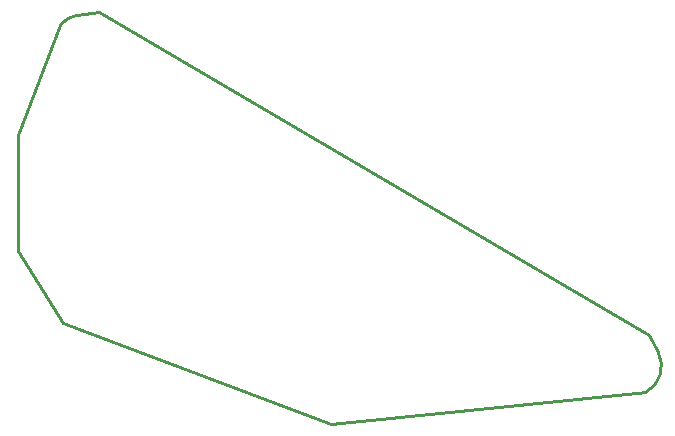
<source format=gko>
G04 Layer: BoardOutlineLayer*
G04 EasyEDA v6.5.3, 2022-04-30 06:46:22*
G04 ee3e3f8623474824adc305f6a8106e34,debd25b7e7f645e7808fdd9718494454,10*
G04 Gerber Generator version 0.2*
G04 Scale: 100 percent, Rotated: No, Reflected: No *
G04 Dimensions in millimeters *
G04 leading zeros omitted , absolute positions ,4 integer and 5 decimal *
%FSLAX45Y45*%
%MOMM*%

%ADD10C,0.2540*%
D10*
X20866234Y4070609D02*
G01*
X18197362Y3800673D01*
X15928764Y4657562D01*
X15544800Y5267665D01*
X15544800Y6248400D01*
X16047862Y7262141D02*
G01*
X16237866Y7293767D01*
X20893905Y4551603D01*
X20967412Y4411698D01*
X15544800Y6248400D02*
G01*
X15907207Y7180409D01*
G75*
G01*
X20967403Y4411701D02*
G02*
X20866232Y4070601I-225744J-118598D01*
G75*
G01*
X15907207Y7180412D02*
G02*
X16047862Y7262139I178411J-145152D01*

%LPD*%
M02*

</source>
